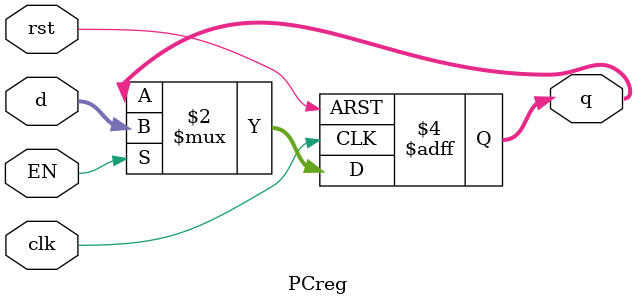
<source format=sv>
module PCreg(clk,rst,d,q,EN);
  input clk,rst,EN;
  input [31:0]d;
  output[31:0]q;
  reg [31:0]q;
  
  always @(posedge clk, posedge rst)
	begin
      if(rst)begin
                  q <= 32'h00000000;
      end
      else if (EN)	begin
                  q <= d;
      end
    end
    
endmodule
</source>
